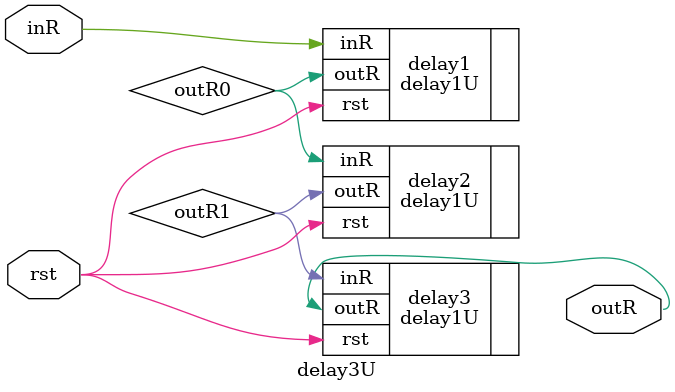
<source format=v>
`timescale 1ns / 1ps

module delay3U(inR, outR, rst);
input inR, rst;
output outR;

wire outR0,outR1;
delay1U delay1 ( .inR(inR  ), .outR(outR0), .rst(rst));
delay1U delay2 ( .inR(outR0), .outR(outR1), .rst(rst));
delay1U delay3 ( .inR(outR1), .outR(outR ), .rst(rst));
endmodule

</source>
